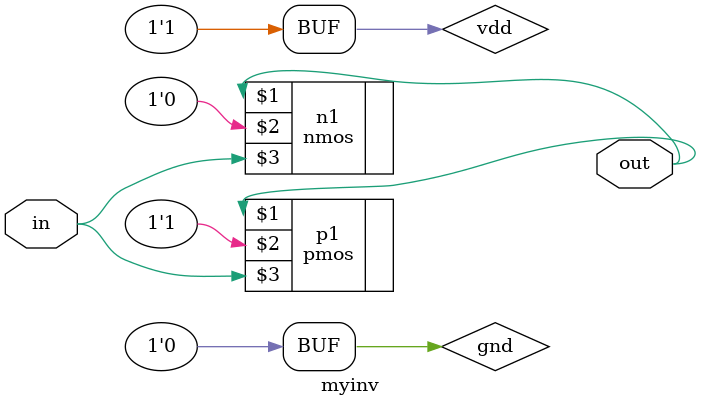
<source format=v>
`timescale 1ns / 1ps
module myinv(in, out);
    input in;
    output out;
    supply1 vdd;
	 supply0 gnd;
	 
	 pmos p1 (out, vdd, in); // pin order: drain, source, gate
	 nmos n1 (out, gnd, in); // pin order: drain, source, gate

endmodule

</source>
